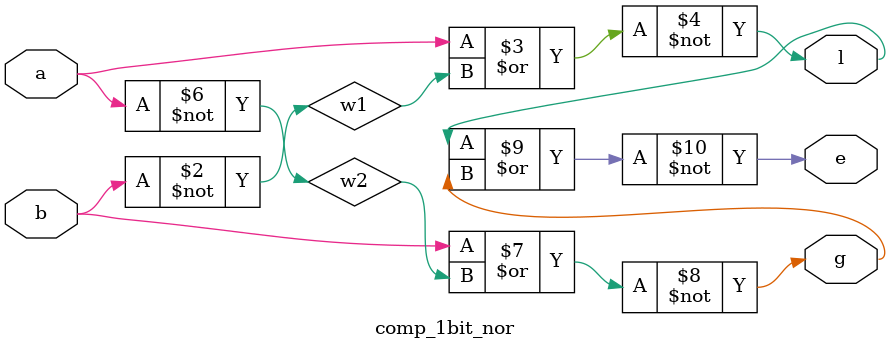
<source format=v>
`timescale 1ns / 1ps


module comp_1bit_nor(input a,b, output l,e,g );
wire w1,w2;
nor n1(w1,b,b);
nor n2(l,a,w1);
nor n3(w2,a,a);
nor n4(g,b,w2);
nor n5(e,l,g);
endmodule

</source>
